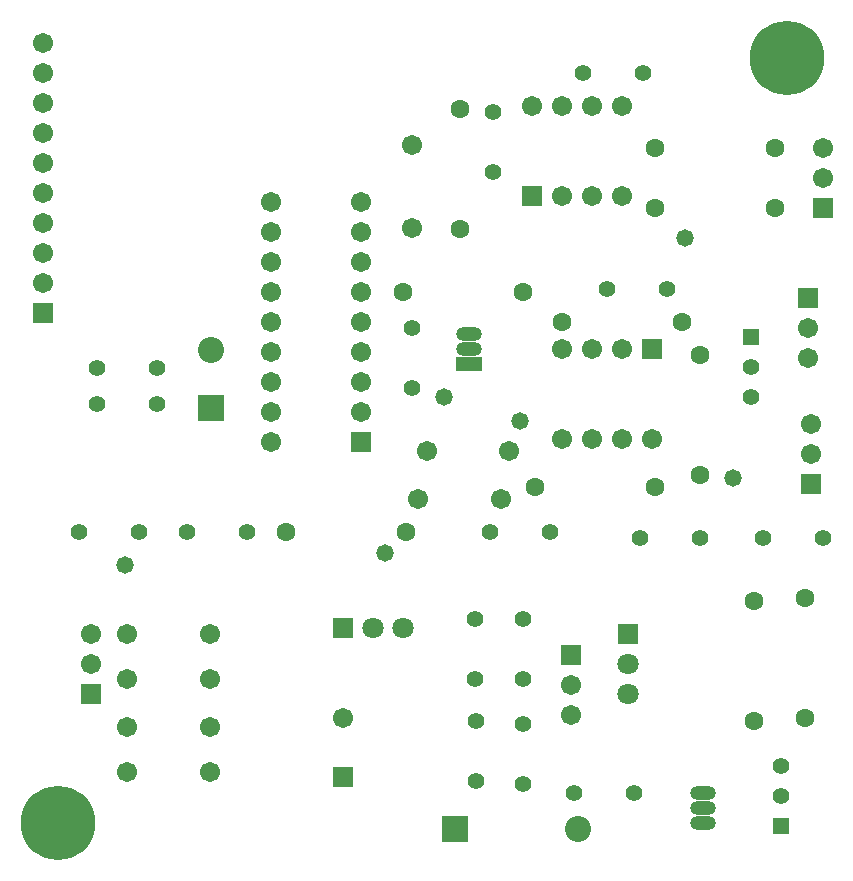
<source format=gbs>
G04*
G04 #@! TF.GenerationSoftware,Altium Limited,Altium Designer,20.0.13 (296)*
G04*
G04 Layer_Color=16711935*
%FSLAX24Y24*%
%MOIN*%
G70*
G01*
G75*
%ADD16C,0.0552*%
%ADD17C,0.0631*%
%ADD18R,0.0671X0.0671*%
%ADD19C,0.0671*%
%ADD20C,0.0671*%
%ADD21R,0.0671X0.0671*%
%ADD22R,0.0867X0.0474*%
%ADD23O,0.0867X0.0474*%
%ADD24R,0.0671X0.0671*%
%ADD25C,0.0867*%
%ADD26R,0.0867X0.0867*%
%ADD27C,0.2482*%
%ADD28R,0.0552X0.0552*%
%ADD29O,0.0867X0.0474*%
%ADD30R,0.0710X0.0710*%
%ADD31C,0.0710*%
%ADD32R,0.0710X0.0710*%
%ADD33C,0.0580*%
D16*
X16000Y23200D02*
D03*
Y25200D02*
D03*
X20900Y11000D02*
D03*
X22900D02*
D03*
X13300Y18000D02*
D03*
Y16000D02*
D03*
X17000Y4800D02*
D03*
Y2800D02*
D03*
X15441Y2900D02*
D03*
Y4900D02*
D03*
X25600Y2400D02*
D03*
Y3400D02*
D03*
X21000Y26500D02*
D03*
X19000D02*
D03*
X24600Y16700D02*
D03*
Y15700D02*
D03*
X17900Y11200D02*
D03*
X15900D02*
D03*
X7800D02*
D03*
X5800D02*
D03*
X2813Y15461D02*
D03*
X4813D02*
D03*
X2813Y16661D02*
D03*
X4813D02*
D03*
X2200Y11200D02*
D03*
X4200D02*
D03*
X18700Y2500D02*
D03*
X20700D02*
D03*
X21800Y19300D02*
D03*
X19800D02*
D03*
X25000Y11000D02*
D03*
X27000D02*
D03*
X17000Y6300D02*
D03*
Y8300D02*
D03*
X15400Y6300D02*
D03*
Y8300D02*
D03*
D17*
X21400Y24000D02*
D03*
X25400D02*
D03*
Y22000D02*
D03*
X21400D02*
D03*
X22900Y17100D02*
D03*
Y13100D02*
D03*
X17400Y12700D02*
D03*
X21400D02*
D03*
X14900Y21300D02*
D03*
Y25300D02*
D03*
X13100Y11200D02*
D03*
X9100D02*
D03*
X17000Y19200D02*
D03*
X13000D02*
D03*
X22300Y18200D02*
D03*
X18300D02*
D03*
X26400Y5000D02*
D03*
Y9000D02*
D03*
X24700Y8900D02*
D03*
Y4900D02*
D03*
D18*
X17300Y22400D02*
D03*
X21300Y17300D02*
D03*
X11000Y3016D02*
D03*
D19*
X18300Y22400D02*
D03*
X19300D02*
D03*
X20300D02*
D03*
X17300Y25400D02*
D03*
X18300D02*
D03*
X19300D02*
D03*
X20300D02*
D03*
Y17300D02*
D03*
X19300D02*
D03*
X18300D02*
D03*
X21300Y14300D02*
D03*
X20300D02*
D03*
X19300D02*
D03*
X18300D02*
D03*
X11000Y4984D02*
D03*
D20*
X13300Y21322D02*
D03*
Y24078D02*
D03*
X26600Y14800D02*
D03*
Y13800D02*
D03*
X26500Y17000D02*
D03*
Y18000D02*
D03*
X13800Y13900D02*
D03*
X16556D02*
D03*
X13522Y12300D02*
D03*
X16278D02*
D03*
X8600Y22200D02*
D03*
Y21200D02*
D03*
Y20200D02*
D03*
Y19200D02*
D03*
Y18200D02*
D03*
Y17200D02*
D03*
Y16200D02*
D03*
Y15200D02*
D03*
Y14200D02*
D03*
X11600Y22200D02*
D03*
Y21200D02*
D03*
Y20200D02*
D03*
Y19200D02*
D03*
Y18200D02*
D03*
Y17200D02*
D03*
Y16200D02*
D03*
Y15200D02*
D03*
X2600Y7800D02*
D03*
Y6800D02*
D03*
X1000Y19500D02*
D03*
Y21500D02*
D03*
Y22500D02*
D03*
Y23500D02*
D03*
Y24500D02*
D03*
Y25500D02*
D03*
Y26500D02*
D03*
Y27500D02*
D03*
Y20500D02*
D03*
X18600Y5100D02*
D03*
Y6100D02*
D03*
X3822Y6300D02*
D03*
X6578D02*
D03*
Y3200D02*
D03*
X3822D02*
D03*
X6578Y4700D02*
D03*
X3822D02*
D03*
Y7800D02*
D03*
X6578D02*
D03*
X27000Y23000D02*
D03*
Y24000D02*
D03*
D21*
X26600Y12800D02*
D03*
X26500Y19000D02*
D03*
X2600Y5800D02*
D03*
X1000Y18500D02*
D03*
X18600Y7100D02*
D03*
X27000Y22000D02*
D03*
D22*
X15200Y16800D02*
D03*
D23*
Y17300D02*
D03*
Y17800D02*
D03*
X23000Y2000D02*
D03*
Y1500D02*
D03*
D24*
X11600Y14200D02*
D03*
D25*
X6613Y17261D02*
D03*
X18859Y1300D02*
D03*
D26*
X6613Y15339D02*
D03*
X14741Y1300D02*
D03*
D27*
X25800Y27000D02*
D03*
X1500Y1500D02*
D03*
D28*
X25600Y1400D02*
D03*
X24600Y17700D02*
D03*
D29*
X23000Y2500D02*
D03*
D30*
X20500Y7800D02*
D03*
D31*
Y6800D02*
D03*
Y5800D02*
D03*
X12000Y8000D02*
D03*
X13000D02*
D03*
D32*
X11000D02*
D03*
D33*
X24000Y13000D02*
D03*
X22400Y21000D02*
D03*
X12400Y10500D02*
D03*
X14377Y15700D02*
D03*
X3750Y10100D02*
D03*
X16929Y14893D02*
D03*
M02*

</source>
